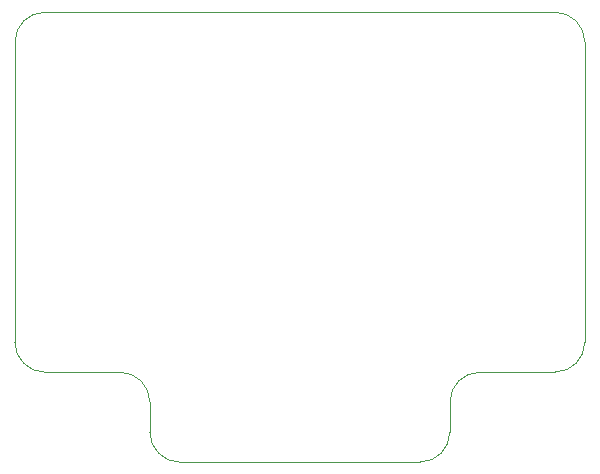
<source format=gbr>
%TF.GenerationSoftware,KiCad,Pcbnew,7.0.6*%
%TF.CreationDate,2024-01-20T12:46:22+09:00*%
%TF.ProjectId,RoboMasterHatBoard,526f626f-4d61-4737-9465-72486174426f,rev?*%
%TF.SameCoordinates,Original*%
%TF.FileFunction,Profile,NP*%
%FSLAX46Y46*%
G04 Gerber Fmt 4.6, Leading zero omitted, Abs format (unit mm)*
G04 Created by KiCad (PCBNEW 7.0.6) date 2024-01-20 12:46:22*
%MOMM*%
%LPD*%
G01*
G04 APERTURE LIST*
%TA.AperFunction,Profile*%
%ADD10C,0.100000*%
%TD*%
G04 APERTURE END LIST*
D10*
X88900000Y-91440000D02*
X88900000Y-66040000D01*
X128270000Y-93980000D02*
G75*
G03*
X125730000Y-96520000I0J-2540000D01*
G01*
X91440000Y-63500000D02*
X134620000Y-63500000D01*
X137160000Y-66040000D02*
X137160000Y-91440000D01*
X91440000Y-93980000D02*
X97790000Y-93980000D01*
X134620000Y-93980000D02*
G75*
G03*
X137160000Y-91440000I0J2540000D01*
G01*
X88900000Y-91440000D02*
G75*
G03*
X91440000Y-93980000I2540000J0D01*
G01*
X91440000Y-63500000D02*
G75*
G03*
X88900000Y-66040000I0J-2540000D01*
G01*
X137160000Y-66040000D02*
G75*
G03*
X134620000Y-63500000I-2540000J0D01*
G01*
X100330000Y-96520000D02*
G75*
G03*
X97790000Y-93980000I-2540000J0D01*
G01*
X134620000Y-93980000D02*
X128270000Y-93980000D01*
X125730000Y-96520000D02*
X125730000Y-99060000D01*
X100330000Y-96520000D02*
X100330000Y-99060000D01*
X123190000Y-101600000D02*
X102870000Y-101600000D01*
X100330000Y-99060000D02*
G75*
G03*
X102870000Y-101600000I2540000J0D01*
G01*
X123190000Y-101600000D02*
G75*
G03*
X125730000Y-99060000I0J2540000D01*
G01*
M02*

</source>
